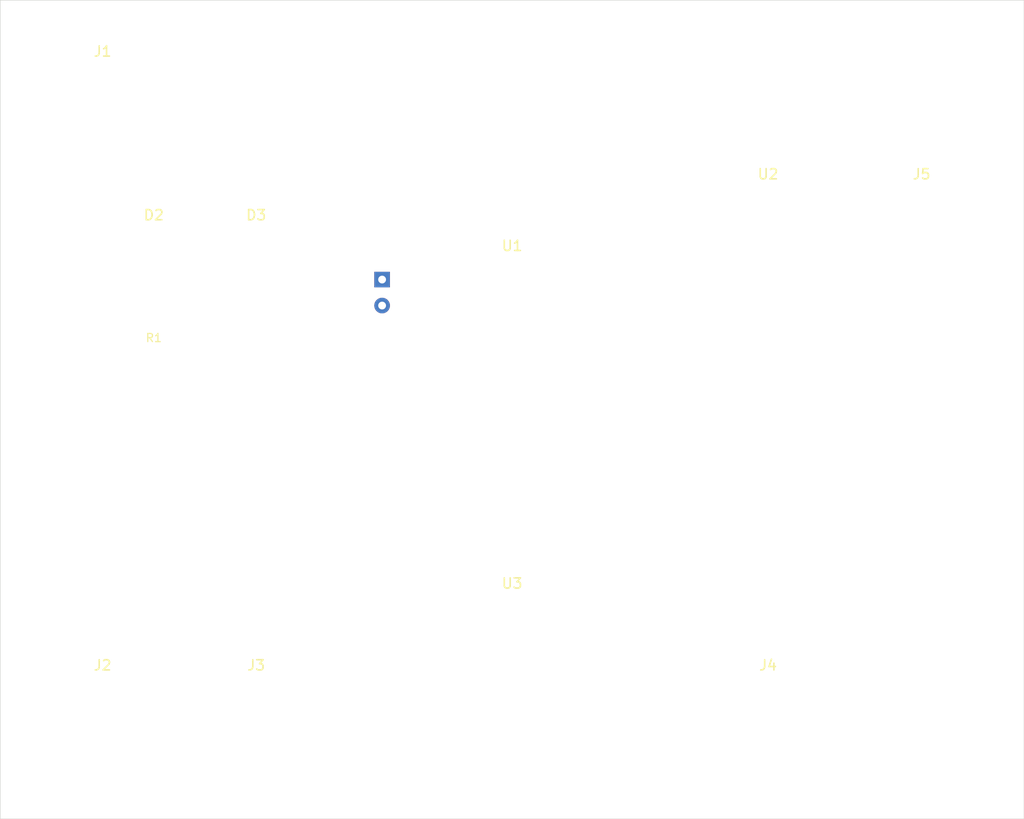
<source format=kicad_pcb>
(kicad_pcb (version 20171130) (host pcbnew 5.1.10)

  (general
    (thickness 1.6)
    (drawings 4)
    (tracks 0)
    (zones 0)
    (modules 20)
    (nets 25)
  )

  (page A4)
  (layers
    (0 F.Cu signal)
    (1 In1.Cu power)
    (2 In2.Cu power)
    (31 B.Cu signal)
    (32 B.Adhes user)
    (33 F.Adhes user)
    (34 B.Paste user)
    (35 F.Paste user)
    (36 B.SilkS user)
    (37 F.SilkS user)
    (38 B.Mask user)
    (39 F.Mask user)
    (40 Dwgs.User user)
    (41 Cmts.User user)
    (42 Eco1.User user)
    (43 Eco2.User user)
    (44 Edge.Cuts user)
    (45 Margin user)
    (46 B.CrtYd user)
    (47 F.CrtYd user)
    (48 B.Fab user)
    (49 F.Fab user)
  )

  (setup
    (last_trace_width 0.25)
    (trace_clearance 0.2)
    (zone_clearance 0.508)
    (zone_45_only no)
    (trace_min 0.2)
    (via_size 0.8)
    (via_drill 0.4)
    (via_min_size 0.4)
    (via_min_drill 0.3)
    (uvia_size 0.3)
    (uvia_drill 0.1)
    (uvias_allowed no)
    (uvia_min_size 0.2)
    (uvia_min_drill 0.1)
    (edge_width 0.05)
    (segment_width 0.2)
    (pcb_text_width 0.3)
    (pcb_text_size 1.5 1.5)
    (mod_edge_width 0.12)
    (mod_text_size 1 1)
    (mod_text_width 0.15)
    (pad_size 1.524 1.524)
    (pad_drill 0.762)
    (pad_to_mask_clearance 0.051)
    (solder_mask_min_width 0.25)
    (aux_axis_origin 0 0)
    (visible_elements FFFFFF7F)
    (pcbplotparams
      (layerselection 0x010fc_ffffffff)
      (usegerberextensions false)
      (usegerberattributes true)
      (usegerberadvancedattributes true)
      (creategerberjobfile true)
      (excludeedgelayer true)
      (linewidth 0.100000)
      (plotframeref false)
      (viasonmask false)
      (mode 1)
      (useauxorigin false)
      (hpglpennumber 1)
      (hpglpenspeed 20)
      (hpglpendiameter 15.000000)
      (psnegative false)
      (psa4output false)
      (plotreference true)
      (plotvalue true)
      (plotinvisibletext false)
      (padsonsilk false)
      (subtractmaskfromsilk false)
      (outputformat 1)
      (mirror false)
      (drillshape 1)
      (scaleselection 1)
      (outputdirectory "")
    )
  )

  (net 0 "")
  (net 1 "+5V")
  (net 2 "GND")
  (net 3 "+3V3")
  (net 4 "ESP32_D2")
  (net 5 "ESP32_D0")
  (net 6 "ESP32_D5")
  (net 7 "ESP32_D18")
  (net 8 "ESP32_D19")
  (net 9 "ESP32_D23")
  (net 10 "ESP32_D12")
  (net 11 "ESP32_D14")
  (net 12 "ESP32_D13")
  (net 13 "ESP32_D22")
  (net 14 "SENSOR_24V")
  (net 15 "RELAY1_NO")
  (net 16 "RELAY1_COM")
  (net 17 "RELAY2_NO")
  (net 18 "RELAY2_COM")
  (net 19 "ETH_TX+")
  (net 20 "ETH_TX-")
  (net 21 "ETH_RX+")
  (net 22 "ETH_RX-")
  (net 23 "BUTTON_IN")
  (net 24 "SENSOR_IN")

  (net_class Default "This is the default net class."
    (clearance 0.2)
    (trace_width 0.25)
    (via_dia 0.8)
    (via_drill 0.4)
    (uvia_dia 0.3)
    (uvia_drill 0.1)
    (add_net "+3V3")
    (add_net "+5V")
    (add_net "BUTTON_IN")
    (add_net "ESP32_D0")
    (add_net "ESP32_D12")
    (add_net "ESP32_D13")
    (add_net "ESP32_D14")
    (add_net "ESP32_D18")
    (add_net "ESP32_D19")
    (add_net "ESP32_D2")
    (add_net "ESP32_D22")
    (add_net "ESP32_D23")
    (add_net "ESP32_D5")
    (add_net "ETH_RX+")
    (add_net "ETH_RX-")
    (add_net "ETH_TX+")
    (add_net "ETH_TX-")
    (add_net "GND")
    (add_net "RELAY1_COM")
    (add_net "RELAY1_NO")
    (add_net "RELAY2_COM")
    (add_net "RELAY2_NO")
    (add_net "SENSOR_24V")
    (add_net "SENSOR_IN")
  )

  (net_class Power "Power traces"
    (clearance 0.2)
    (trace_width 0.5)
    (via_dia 0.8)
    (via_drill 0.4)
    (uvia_dia 0.3)
    (uvia_drill 0.1)
  )

  (net_class HighSpeed "High speed signals"
    (clearance 0.2)
    (trace_width 0.2)
    (via_dia 0.6)
    (via_drill 0.3)
    (uvia_dia 0.3)
    (uvia_drill 0.1)
  )

  # Board outline (100mm x 80mm)
  (gr_line (start 0 0) (end 100 0) (layer Edge.Cuts) (width 0.05))
  (gr_line (start 100 0) (end 100 80) (layer Edge.Cuts) (width 0.05))
  (gr_line (start 100 80) (end 0 80) (layer Edge.Cuts) (width 0.05))
  (gr_line (start 0 80) (end 0 0) (layer Edge.Cuts) (width 0.05))

  # Component placement (modules)
  
  # ESP32 DevKit v1 - Center of board
  (module esp32:ESP32-DEVKITV1 (layer F.Cu) (tedit 60000001) (tstamp 60000001)
    (at 50 40 0)
    (descr "ESP32 Development Board")
    (tags "ESP32 DevKit")
    (path /60000001)
    (fp_text reference U1 (at 0 -16) (layer F.SilkS)
      (effects (font (size 1 1) (thickness 0.15)))
    )
    (fp_text value ESP32-DEVKITV1 (at 0 16) (layer F.Fab)
      (effects (font (size 1 1) (thickness 0.15)))
    )
    # ESP32 footprint pins would be defined here
    (pad 1 thru_hole rect (at -12.7 -12.7) (size 1.524 1.524) (drill 0.762) (layers *.Cu *.Mask))
    (pad 2 thru_hole oval (at -12.7 -10.16) (size 1.524 1.524) (drill 0.762) (layers *.Cu *.Mask))
    # ... additional pins would be defined
  )

  # W5500 Ethernet Module
  (module interface:W5500_MODULE (layer F.Cu) (tedit 60000006) (tstamp 60000006)
    (at 75 25 0)
    (descr "W5500 Ethernet Module")
    (tags "W5500 Ethernet")
    (path /60000006)
    (fp_text reference U2 (at 0 -8) (layer F.SilkS)
      (effects (font (size 1 1) (thickness 0.15)))
    )
    (fp_text value W5500_MODULE (at 0 8) (layer F.Fab)
      (effects (font (size 1 1) (thickness 0.15)))
    )
  )

  # 2-Channel Relay Module
  (module relay:RELAY_2CH_MODULE (layer F.Cu) (tedit 60000008) (tstamp 60000008)
    (at 50 65 0)
    (descr "2-Channel Relay Module")
    (tags "Relay Module")
    (path /60000008)
    (fp_text reference U3 (at 0 -8) (layer F.SilkS)
      (effects (font (size 1 1) (thickness 0.15)))
    )
    (fp_text value RELAY_2CH (at 0 8) (layer F.Fab)
      (effects (font (size 1 1) (thickness 0.15)))
    )
  )

  # Power Input Connector
  (module conn:BARREL_JACK (layer F.Cu) (tedit 60000002) (tstamp 60000002)
    (at 10 10 0)
    (descr "Barrel Jack Power Connector")
    (tags "Power Barrel Jack")
    (path /60000002)
    (fp_text reference J1 (at 0 -5) (layer F.SilkS)
      (effects (font (size 1 1) (thickness 0.15)))
    )
    (fp_text value POWER_IN (at 0 5) (layer F.Fab)
      (effects (font (size 1 1) (thickness 0.15)))
    )
  )

  # RJ45 Ethernet Connector
  (module conn:RJ45 (layer F.Cu) (tedit 60000007) (tstamp 60000007)
    (at 90 25 0)
    (descr "RJ45 Ethernet Connector")
    (tags "RJ45 Ethernet")
    (path /60000007)
    (fp_text reference J5 (at 0 -8) (layer F.SilkS)
      (effects (font (size 1 1) (thickness 0.15)))
    )
    (fp_text value RJ45 (at 0 8) (layer F.Fab)
      (effects (font (size 1 1) (thickness 0.15)))
    )
  )

  # Button Input Connector
  (module conn:TerminalBlock_2pin (layer F.Cu) (tedit 60000018) (tstamp 60000018)
    (at 10 70 0)
    (descr "2-pin Screw Terminal")
    (tags "Terminal Block")
    (path /60000018)
    (fp_text reference J2 (at 0 -5) (layer F.SilkS)
      (effects (font (size 1 1) (thickness 0.15)))
    )
    (fp_text value BUTTON_IN (at 0 5) (layer F.Fab)
      (effects (font (size 1 1) (thickness 0.15)))
    )
  )

  # Sensor Input Connector
  (module conn:TerminalBlock_2pin (layer F.Cu) (tedit 60000019) (tstamp 60000019)
    (at 25 70 0)
    (descr "2-pin Screw Terminal")
    (tags "Terminal Block")
    (path /60000019)
    (fp_text reference J3 (at 0 -5) (layer F.SilkS)
      (effects (font (size 1 1) (thickness 0.15)))
    )
    (fp_text value SENSOR_IN (at 0 5) (layer F.Fab)
      (effects (font (size 1 1) (thickness 0.15)))
    )
  )

  # Gate Output Connector
  (module conn:TerminalBlock_4pin (layer F.Cu) (tedit 60000020) (tstamp 60000020)
    (at 75 70 0)
    (descr "4-pin Screw Terminal")
    (tags "Terminal Block")
    (path /60000020)
    (fp_text reference J4 (at 0 -5) (layer F.SilkS)
      (effects (font (size 1 1) (thickness 0.15)))
    )
    (fp_text value GATE_OUT (at 0 5) (layer F.Fab)
      (effects (font (size 1 1) (thickness 0.15)))
    )
  )

  # LED Indicators
  (module led:LED_D5.0mm (layer F.Cu) (tedit 60000009) (tstamp 60000009)
    (at 15 25 0)
    (descr "5mm LED")
    (tags "LED")
    (path /60000009)
    (fp_text reference D2 (at 0 -4) (layer F.SilkS)
      (effects (font (size 1 1) (thickness 0.15)))
    )
    (fp_text value RED (at 0 4) (layer F.Fab)
      (effects (font (size 1 1) (thickness 0.15)))
    )
  )

  (module led:LED_D5.0mm (layer F.Cu) (tedit 60000010) (tstamp 60000010)
    (at 25 25 0)
    (descr "5mm LED")
    (tags "LED")
    (path /60000010)
    (fp_text reference D3 (at 0 -4) (layer F.SilkS)
      (effects (font (size 1 1) (thickness 0.15)))
    )
    (fp_text value GREEN (at 0 4) (layer F.Fab)
      (effects (font (size 1 1) (thickness 0.15)))
    )
  )

  # Passive Components
  (module resistor:R_Axial_DIN0207 (layer F.Cu) (tedit 60000011) (tstamp 60000011)
    (at 15 35 0)
    (descr "Resistor Axial")
    (tags "Resistor")
    (path /60000011)
    (fp_text reference R1 (at 0 -2) (layer F.SilkS)
      (effects (font (size 0.8 0.8) (thickness 0.12)))
    )
    (fp_text value 220R (at 0 2) (layer F.Fab)
      (effects (font (size 0.8 0.8) (thickness 0.12)))
    )
  )

  # Additional passive components would be placed here...

  # Mounting holes for enclosure
  (module MountingHole:MountingHole_3.2mm_M3 (layer F.Cu) (tedit 60000030) (tstamp 60000030)
    (at 5 5)
    (descr "Mounting Hole 3.2mm")
    (tags "mounting hole")
    (fp_text reference H1 (at 0 -4) (layer F.SilkS) hide
      (effects (font (size 1 1) (thickness 0.15)))
    )
    (fp_text value MountingHole (at 0 4) (layer F.Fab) hide
      (effects (font (size 1 1) (thickness 0.15)))
    )
    (fp_circle (center 0 0) (end 1.6 0) (layer Cmts.User) (width 0.15))
    (pad 1 np_thru_hole circle (at 0 0) (size 3.2 3.2) (drill 3.2) (layers *.Cu *.Mask))
  )

  (module MountingHole:MountingHole_3.2mm_M3 (layer F.Cu) (tedit 60000031) (tstamp 60000031)
    (at 95 5)
    (descr "Mounting Hole 3.2mm")
    (tags "mounting hole")
    (fp_text reference H2 (at 0 -4) (layer F.SilkS) hide
      (effects (font (size 1 1) (thickness 0.15)))
    )
    (fp_text value MountingHole (at 0 4) (layer F.Fab) hide
      (effects (font (size 1 1) (thickness 0.15)))
    )
    (fp_circle (center 0 0) (end 1.6 0) (layer Cmts.User) (width 0.15))
    (pad 1 np_thru_hole circle (at 0 0) (size 3.2 3.2) (drill 3.2) (layers *.Cu *.Mask))
  )

  (module MountingHole:MountingHole_3.2mm_M3 (layer F.Cu) (tedit 60000032) (tstamp 60000032)
    (at 5 75)
    (descr "Mounting Hole 3.2mm")
    (tags "mounting hole")
    (fp_text reference H3 (at 0 -4) (layer F.SilkS) hide
      (effects (font (size 1 1) (thickness 0.15)))
    )
    (fp_text value MountingHole (at 0 4) (layer F.Fab) hide
      (effects (font (size 1 1) (thickness 0.15)))
    )
    (fp_circle (center 0 0) (end 1.6 0) (layer Cmts.User) (width 0.15))
    (pad 1 np_thru_hole circle (at 0 0) (size 3.2 3.2) (drill 3.2) (layers *.Cu *.Mask))
  )

  (module MountingHole:MountingHole_3.2mm_M3 (layer F.Cu) (tedit 60000033) (tstamp 60000033)
    (at 95 75)
    (descr "Mounting Hole 3.2mm")
    (tags "mounting hole")
    (fp_text reference H4 (at 0 -4) (layer F.SilkS) hide
      (effects (font (size 1 1) (thickness 0.15)))
    )
    (fp_text value MountingHole (at 0 4) (layer F.Fab) hide
      (effects (font (size 1 1) (thickness 0.15)))
    )
    (fp_circle (center 0 0) (end 1.6 0) (layer Cmts.User) (width 0.15))
    (pad 1 np_thru_hole circle (at 0 0) (size 3.2 3.2) (drill 3.2) (layers *.Cu *.Mask))
  )

  # Ground plane zones
  (zone (net 2) (net_name GND) (layer In1.Cu) (tstamp 60000040) (hatch edge 0.508)
    (connect_pads (clearance 0.508))
    (min_thickness 0.254)
    (fill yes (arc_segments 32) (thermal_gap 0.508) (thermal_bridge_width 0.508))
    (polygon
      (pts
        (xy 0 0) (xy 100 0) (xy 100 80) (xy 0 80)
      )
    )
  )

  (zone (net 1) (net_name +5V) (layer In2.Cu) (tstamp 60000041) (hatch edge 0.508)
    (connect_pads (clearance 0.508))
    (min_thickness 0.254)
    (fill yes (arc_segments 32) (thermal_gap 0.508) (thermal_bridge_width 0.508))
    (polygon
      (pts
        (xy 0 0) (xy 100 0) (xy 100 80) (xy 0 80)
      )
    )
  )

)
</source>
